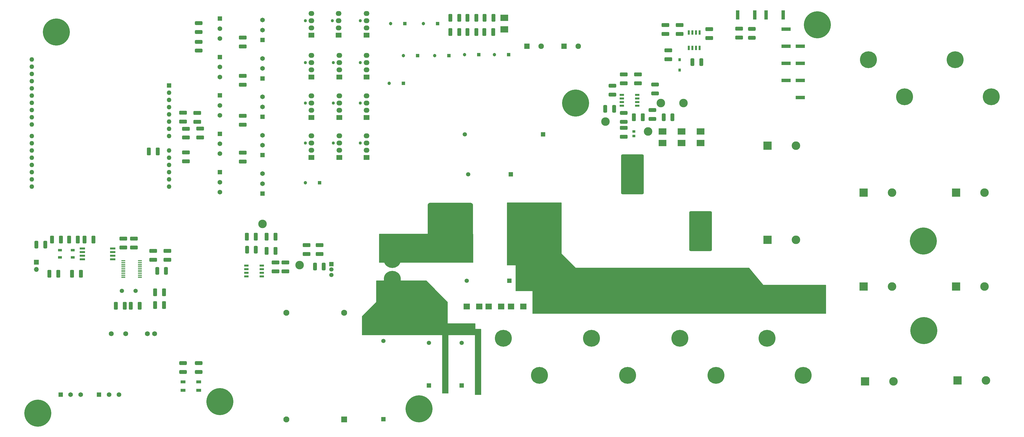
<source format=gbr>
%TF.GenerationSoftware,KiCad,Pcbnew,9.0.0*%
%TF.CreationDate,2025-04-28T23:59:21-07:00*%
%TF.ProjectId,DynamicBrakeGrid,44796e61-6d69-4634-9272-616b65477269,rev?*%
%TF.SameCoordinates,Original*%
%TF.FileFunction,Soldermask,Top*%
%TF.FilePolarity,Negative*%
%FSLAX46Y46*%
G04 Gerber Fmt 4.6, Leading zero omitted, Abs format (unit mm)*
G04 Created by KiCad (PCBNEW 9.0.0) date 2025-04-28 23:59:21*
%MOMM*%
%LPD*%
G01*
G04 APERTURE LIST*
G04 Aperture macros list*
%AMRoundRect*
0 Rectangle with rounded corners*
0 $1 Rounding radius*
0 $2 $3 $4 $5 $6 $7 $8 $9 X,Y pos of 4 corners*
0 Add a 4 corners polygon primitive as box body*
4,1,4,$2,$3,$4,$5,$6,$7,$8,$9,$2,$3,0*
0 Add four circle primitives for the rounded corners*
1,1,$1+$1,$2,$3*
1,1,$1+$1,$4,$5*
1,1,$1+$1,$6,$7*
1,1,$1+$1,$8,$9*
0 Add four rect primitives between the rounded corners*
20,1,$1+$1,$2,$3,$4,$5,0*
20,1,$1+$1,$4,$5,$6,$7,0*
20,1,$1+$1,$6,$7,$8,$9,0*
20,1,$1+$1,$8,$9,$2,$3,0*%
%AMHorizOval*
0 Thick line with rounded ends*
0 $1 width*
0 $2 $3 position (X,Y) of the first rounded end (center of the circle)*
0 $4 $5 position (X,Y) of the second rounded end (center of the circle)*
0 Add line between two ends*
20,1,$1,$2,$3,$4,$5,0*
0 Add two circle primitives to create the rounded ends*
1,1,$1,$2,$3*
1,1,$1,$4,$5*%
G04 Aperture macros list end*
%ADD10C,0.200000*%
%ADD11C,5.940000*%
%ADD12RoundRect,0.250000X1.100000X-0.412500X1.100000X0.412500X-1.100000X0.412500X-1.100000X-0.412500X0*%
%ADD13R,3.300000X1.200000*%
%ADD14RoundRect,0.250000X-0.412500X-1.100000X0.412500X-1.100000X0.412500X1.100000X-0.412500X1.100000X0*%
%ADD15RoundRect,0.250000X-0.400000X-1.075000X0.400000X-1.075000X0.400000X1.075000X-0.400000X1.075000X0*%
%ADD16C,1.100000*%
%ADD17R,2.030000X1.730000*%
%ADD18O,2.030000X1.730000*%
%ADD19R,1.950000X1.950000*%
%ADD20C,1.950000*%
%ADD21R,3.000000X3.000000*%
%ADD22C,3.000000*%
%ADD23C,9.500000*%
%ADD24RoundRect,0.250000X-1.100000X0.412500X-1.100000X-0.412500X1.100000X-0.412500X1.100000X0.412500X0*%
%ADD25R,2.720000X2.290000*%
%ADD26R,1.500000X1.500000*%
%ADD27C,1.500000*%
%ADD28R,1.200000X1.200000*%
%ADD29C,1.200000*%
%ADD30RoundRect,0.250000X-1.075000X0.400000X-1.075000X-0.400000X1.075000X-0.400000X1.075000X0.400000X0*%
%ADD31RoundRect,0.250000X0.412500X1.100000X-0.412500X1.100000X-0.412500X-1.100000X0.412500X-1.100000X0*%
%ADD32RoundRect,1.000000X7.000000X9.000000X-7.000000X9.000000X-7.000000X-9.000000X7.000000X-9.000000X0*%
%ADD33RoundRect,0.500000X-3.500000X6.500000X-3.500000X-6.500000X3.500000X-6.500000X3.500000X6.500000X0*%
%ADD34R,1.475000X0.450000*%
%ADD35R,1.750000X1.000000*%
%ADD36R,1.650000X1.650000*%
%ADD37C,1.650000*%
%ADD38RoundRect,0.250000X1.075000X-0.400000X1.075000X0.400000X-1.075000X0.400000X-1.075000X-0.400000X0*%
%ADD39R,2.250000X2.150000*%
%ADD40R,1.700000X1.700000*%
%ADD41O,1.700000X1.700000*%
%ADD42R,0.850000X1.050000*%
%ADD43R,1.200000X3.300000*%
%ADD44R,0.650000X1.528000*%
%ADD45R,1.600000X1.600000*%
%ADD46O,1.600000X1.600000*%
%ADD47R,1.850000X0.650000*%
%ADD48R,1.350000X0.900000*%
%ADD49C,1.725000*%
%ADD50RoundRect,0.250000X0.400000X1.075000X-0.400000X1.075000X-0.400000X-1.075000X0.400000X-1.075000X0*%
%ADD51R,2.100000X2.100000*%
%ADD52C,2.100000*%
%ADD53R,1.528000X0.650000*%
%ADD54R,1.000000X0.950000*%
%ADD55HorizOval,0.800000X0.000000X0.000000X0.000000X0.000000X0*%
%ADD56HorizOval,0.800000X0.000000X0.000000X0.000000X0.000000X0*%
%ADD57C,0.800000*%
%ADD58O,6.000000X9.000000*%
G04 APERTURE END LIST*
D10*
X148250000Y-141000000D02*
X150250000Y-141000000D01*
X150250000Y-162000000D01*
X148250000Y-162000000D01*
X148250000Y-141000000D01*
G36*
X148250000Y-141000000D02*
G01*
X150250000Y-141000000D01*
X150250000Y-162000000D01*
X148250000Y-162000000D01*
X148250000Y-141000000D01*
G37*
X159750000Y-139500000D02*
X161750000Y-139500000D01*
X161750000Y-162500000D01*
X159750000Y-162500000D01*
X159750000Y-139500000D01*
G36*
X159750000Y-139500000D02*
G01*
X161750000Y-139500000D01*
X161750000Y-162500000D01*
X159750000Y-162500000D01*
X159750000Y-139500000D01*
G37*
X150000000Y-130000000D02*
X150000000Y-137500000D01*
X159750000Y-137500000D01*
X159750000Y-141500000D01*
X120000000Y-141500000D01*
X120000000Y-135000000D01*
X125000000Y-130000000D01*
X125000000Y-122500000D01*
X142500000Y-122500000D01*
X150000000Y-130000000D01*
G36*
X150000000Y-130000000D02*
G01*
X150000000Y-137500000D01*
X159750000Y-137500000D01*
X159750000Y-141500000D01*
X120000000Y-141500000D01*
X120000000Y-135000000D01*
X125000000Y-130000000D01*
X125000000Y-122500000D01*
X142500000Y-122500000D01*
X150000000Y-130000000D01*
G37*
X126000000Y-106000000D02*
X159000000Y-106000000D01*
X159000000Y-116000000D01*
X126000000Y-116000000D01*
X126000000Y-106000000D01*
G36*
X126000000Y-106000000D02*
G01*
X159000000Y-106000000D01*
X159000000Y-116000000D01*
X126000000Y-116000000D01*
X126000000Y-106000000D01*
G37*
X190000000Y-113000000D02*
X195000000Y-118000000D01*
X256000000Y-118000000D01*
X261000000Y-124000000D01*
X283000000Y-124000000D01*
X283000000Y-134000000D01*
X180000000Y-134000000D01*
X180000000Y-126000000D01*
X174000000Y-126000000D01*
X174000000Y-117000000D01*
X171000000Y-117000000D01*
X171000000Y-95000000D01*
X190000000Y-95000000D01*
X190000000Y-113000000D01*
G36*
X190000000Y-113000000D02*
G01*
X195000000Y-118000000D01*
X256000000Y-118000000D01*
X261000000Y-124000000D01*
X283000000Y-124000000D01*
X283000000Y-134000000D01*
X180000000Y-134000000D01*
X180000000Y-126000000D01*
X174000000Y-126000000D01*
X174000000Y-117000000D01*
X171000000Y-117000000D01*
X171000000Y-95000000D01*
X190000000Y-95000000D01*
X190000000Y-113000000D01*
G37*
D11*
%TO.C,J18*%
X310650000Y-57775000D03*
X297950000Y-44775000D03*
%TD*%
D12*
%TO.C,C79*%
X89500000Y-119125000D03*
X89500000Y-116000000D03*
%TD*%
D13*
%TO.C,R68*%
X269000000Y-34000000D03*
X269000000Y-40000000D03*
%TD*%
D14*
%TO.C,C26*%
X157000000Y-30000000D03*
X160125000Y-30000000D03*
%TD*%
D15*
%TO.C,R72*%
X236085000Y-45557500D03*
X239185000Y-45557500D03*
%TD*%
D16*
%TO.C,M2*%
X100000000Y-60000000D03*
D17*
X102160000Y-65080000D03*
D18*
X102160000Y-62540000D03*
X102160000Y-60000000D03*
X102160000Y-57460000D03*
%TD*%
D11*
%TO.C,J13*%
X341150000Y-57775000D03*
X328450000Y-44775000D03*
%TD*%
D12*
%TO.C,C65*%
X46500000Y-115062500D03*
X46500000Y-111937500D03*
%TD*%
D14*
%TO.C,C34*%
X163000000Y-30000000D03*
X166125000Y-30000000D03*
%TD*%
D19*
%TO.C,J1*%
X191000000Y-40000000D03*
D20*
X196000000Y-40000000D03*
%TD*%
D16*
%TO.C,M7*%
X109840000Y-74040000D03*
D17*
X112000000Y-79120000D03*
D18*
X112000000Y-76580000D03*
X112000000Y-74040000D03*
X112000000Y-71500000D03*
%TD*%
D21*
%TO.C,C12*%
X296300000Y-91500000D03*
D22*
X306300000Y-91500000D03*
%TD*%
D12*
%TO.C,C59*%
X63000000Y-72062500D03*
X63000000Y-68937500D03*
%TD*%
D14*
%TO.C,C32*%
X162937500Y-35000000D03*
X166062500Y-35000000D03*
%TD*%
D23*
%TO.C,H10*%
X70000000Y-165000000D03*
%TD*%
D24*
%TO.C,C62*%
X62000000Y-63437500D03*
X62000000Y-66562500D03*
%TD*%
D15*
%TO.C,R60*%
X5500000Y-109750000D03*
X8600000Y-109750000D03*
%TD*%
D11*
%TO.C,J22*%
X169650000Y-142725000D03*
X182350000Y-155725000D03*
%TD*%
D25*
%TO.C,Z10*%
X232280000Y-69975000D03*
X232280000Y-74025000D03*
%TD*%
D22*
%TO.C,TP25*%
X233000000Y-60000000D03*
%TD*%
D12*
%TO.C,C63*%
X226635000Y-35682500D03*
X226635000Y-32557500D03*
%TD*%
D26*
%TO.C,C102*%
X143500000Y-159275000D03*
D27*
X143500000Y-144275000D03*
%TD*%
D28*
%TO.C,C6*%
X134500000Y-53000000D03*
D29*
X129500000Y-53000000D03*
%TD*%
D12*
%TO.C,C89*%
X36000000Y-110812500D03*
X36000000Y-107687500D03*
%TD*%
D16*
%TO.C,M3*%
X100000000Y-45720000D03*
D17*
X102160000Y-50800000D03*
D18*
X102160000Y-48260000D03*
X102160000Y-45720000D03*
X102160000Y-43180000D03*
%TD*%
D26*
%TO.C,C104*%
X127500000Y-171125000D03*
D27*
X127500000Y-143625000D03*
%TD*%
D30*
%TO.C,R53*%
X212000000Y-63450000D03*
X212000000Y-66550000D03*
%TD*%
D14*
%TO.C,C95*%
X10000000Y-120000000D03*
X13125000Y-120000000D03*
%TD*%
D31*
%TO.C,C77*%
X89562500Y-112000000D03*
X86437500Y-112000000D03*
%TD*%
D16*
%TO.C,M11*%
X119340000Y-59960000D03*
D17*
X121500000Y-65040000D03*
D18*
X121500000Y-62500000D03*
X121500000Y-59960000D03*
X121500000Y-57420000D03*
%TD*%
D24*
%TO.C,C82*%
X242000000Y-34000000D03*
X242000000Y-37125000D03*
%TD*%
D16*
%TO.C,M6*%
X109840000Y-59960000D03*
D17*
X112000000Y-65040000D03*
D18*
X112000000Y-62500000D03*
X112000000Y-59960000D03*
X112000000Y-57420000D03*
%TD*%
D12*
%TO.C,C36*%
X212000000Y-53000000D03*
X212000000Y-49875000D03*
%TD*%
D14*
%TO.C,C28*%
X151000000Y-30000000D03*
X154125000Y-30000000D03*
%TD*%
D24*
%TO.C,C75*%
X100500000Y-109937500D03*
X100500000Y-113062500D03*
%TD*%
D30*
%TO.C,R62*%
X57000000Y-151450000D03*
X57000000Y-154550000D03*
%TD*%
D12*
%TO.C,C84*%
X58000000Y-80500000D03*
X58000000Y-77375000D03*
%TD*%
D30*
%TO.C,R71*%
X257000000Y-33900000D03*
X257000000Y-37000000D03*
%TD*%
D21*
%TO.C,C18*%
X262500000Y-108100000D03*
D22*
X272500000Y-108100000D03*
%TD*%
D32*
%TO.C,Q1*%
X151000000Y-105000000D03*
X180000000Y-105000000D03*
D33*
X215000000Y-85000000D03*
X239000000Y-105000000D03*
%TD*%
D31*
%TO.C,C38*%
X218625000Y-64975000D03*
X215500000Y-64975000D03*
%TD*%
D23*
%TO.C,H9*%
X195000000Y-60000000D03*
%TD*%
D26*
%TO.C,C98*%
X183625000Y-71000000D03*
D27*
X156125000Y-71000000D03*
%TD*%
D12*
%TO.C,C73*%
X78000000Y-80562500D03*
X78000000Y-77437500D03*
%TD*%
D34*
%TO.C,IC6*%
X36000000Y-115450000D03*
X36000000Y-116100000D03*
X36000000Y-116750000D03*
X36000000Y-117400000D03*
X36000000Y-118050000D03*
X36000000Y-118700000D03*
X36000000Y-119350000D03*
X36000000Y-120000000D03*
X36000000Y-120650000D03*
X36000000Y-121300000D03*
X41876000Y-121300000D03*
X41876000Y-120650000D03*
X41876000Y-120000000D03*
X41876000Y-119350000D03*
X41876000Y-118700000D03*
X41876000Y-118050000D03*
X41876000Y-117400000D03*
X41876000Y-116750000D03*
X41876000Y-116100000D03*
X41876000Y-115450000D03*
%TD*%
D15*
%TO.C,R50*%
X205450000Y-62000000D03*
X208550000Y-62000000D03*
%TD*%
D35*
%TO.C,LED1*%
X57000000Y-161000000D03*
X57000000Y-158000000D03*
%TD*%
%TO.C,LED2*%
X62500000Y-161000000D03*
X62500000Y-158000000D03*
%TD*%
D16*
%TO.C,M10*%
X119340000Y-45720000D03*
D17*
X121500000Y-50800000D03*
D18*
X121500000Y-48260000D03*
X121500000Y-45720000D03*
X121500000Y-43180000D03*
%TD*%
D25*
%TO.C,Z11*%
X239000000Y-69975000D03*
X239000000Y-74025000D03*
%TD*%
D36*
%TO.C,J15*%
X27500000Y-162500000D03*
D37*
X31000000Y-162500000D03*
X34500000Y-162500000D03*
%TD*%
D36*
%TO.C,J9*%
X70000000Y-70800000D03*
D37*
X70000000Y-74300000D03*
X70000000Y-77800000D03*
%TD*%
D28*
%TO.C,C4*%
X139500000Y-43300000D03*
D29*
X134500000Y-43300000D03*
%TD*%
D38*
%TO.C,R4*%
X223000000Y-56550000D03*
X223000000Y-53450000D03*
%TD*%
D21*
%TO.C,C13*%
X296300000Y-124500000D03*
D22*
X306300000Y-124500000D03*
%TD*%
%TO.C,TP26*%
X98000000Y-117000000D03*
%TD*%
D36*
%TO.C,J14*%
X14000000Y-162500000D03*
D37*
X17500000Y-162500000D03*
X21000000Y-162500000D03*
%TD*%
D23*
%TO.C,H4*%
X317300000Y-108500000D03*
%TD*%
D24*
%TO.C,C69*%
X252500000Y-33837500D03*
X252500000Y-36962500D03*
%TD*%
D13*
%TO.C,R67*%
X274000000Y-46000000D03*
X274000000Y-40000000D03*
%TD*%
D38*
%TO.C,R3*%
X208000000Y-57000000D03*
X208000000Y-53900000D03*
%TD*%
D23*
%TO.C,H1*%
X12500000Y-35000000D03*
%TD*%
D25*
%TO.C,Z1*%
X170000000Y-30000000D03*
X170000000Y-34050000D03*
%TD*%
%TO.C,Z9*%
X225560000Y-69975000D03*
X225560000Y-74025000D03*
%TD*%
D24*
%TO.C,C74*%
X105000000Y-109937500D03*
X105000000Y-113062500D03*
%TD*%
D30*
%TO.C,R2*%
X62500000Y-31900000D03*
X62500000Y-35000000D03*
%TD*%
D21*
%TO.C,C15*%
X328800000Y-124500000D03*
D22*
X338800000Y-124500000D03*
%TD*%
D24*
%TO.C,C76*%
X93000000Y-116000000D03*
X93000000Y-119125000D03*
%TD*%
D36*
%TO.C,J5*%
X70000000Y-30300000D03*
D37*
X70000000Y-33800000D03*
X70000000Y-37300000D03*
%TD*%
D27*
%TO.C,Y1*%
X35500000Y-126000000D03*
X40380000Y-126000000D03*
%TD*%
D19*
%TO.C,J2*%
X177900000Y-40000000D03*
D20*
X182900000Y-40000000D03*
%TD*%
D36*
%TO.C,J12*%
X85000000Y-51300000D03*
D37*
X85000000Y-47800000D03*
X85000000Y-44300000D03*
%TD*%
D36*
%TO.C,J25*%
X85000000Y-37800000D03*
D37*
X85000000Y-34300000D03*
X85000000Y-30800000D03*
%TD*%
D39*
%TO.C,Z2*%
X156800000Y-131500000D03*
X161200000Y-131500000D03*
%TD*%
D40*
%TO.C,JP1*%
X5500000Y-115975000D03*
D41*
X5500000Y-118515000D03*
%TD*%
D13*
%TO.C,R65*%
X274000000Y-58000000D03*
X274000000Y-52000000D03*
%TD*%
D42*
%TO.C,Z3*%
X231635000Y-44757500D03*
X231635000Y-48357500D03*
%TD*%
D16*
%TO.C,M9*%
X119340000Y-31000000D03*
D17*
X121500000Y-36080000D03*
D18*
X121500000Y-33540000D03*
X121500000Y-31000000D03*
X121500000Y-28460000D03*
%TD*%
D14*
%TO.C,C85*%
X47187500Y-131000000D03*
X50312500Y-131000000D03*
%TD*%
D12*
%TO.C,C71*%
X78000000Y-53562500D03*
X78000000Y-50437500D03*
%TD*%
D28*
%TO.C,C9*%
X150500000Y-43300000D03*
D29*
X145500000Y-43300000D03*
%TD*%
D12*
%TO.C,C70*%
X78000000Y-40062500D03*
X78000000Y-36937500D03*
%TD*%
D31*
%TO.C,C93*%
X14125000Y-108000000D03*
X11000000Y-108000000D03*
%TD*%
D43*
%TO.C,R69*%
X268000000Y-29000000D03*
X262000000Y-29000000D03*
%TD*%
D36*
%TO.C,J7*%
X70000000Y-43800000D03*
D37*
X70000000Y-47300000D03*
X70000000Y-50800000D03*
%TD*%
D44*
%TO.C,IC5*%
X234825000Y-40566000D03*
X236095000Y-40566000D03*
X237365000Y-40566000D03*
X238635000Y-40566000D03*
X238635000Y-35144000D03*
X237365000Y-35144000D03*
X236095000Y-35144000D03*
X234825000Y-35144000D03*
%TD*%
D14*
%TO.C,C94*%
X18000000Y-120000000D03*
X21125000Y-120000000D03*
%TD*%
D15*
%TO.C,R39*%
X103400000Y-117500000D03*
X106500000Y-117500000D03*
%TD*%
D16*
%TO.C,M4*%
X109540000Y-31000000D03*
D17*
X111700000Y-36080000D03*
D18*
X111700000Y-33540000D03*
X111700000Y-31000000D03*
X111700000Y-28460000D03*
%TD*%
D15*
%TO.C,R52*%
X226000000Y-65000000D03*
X229100000Y-65000000D03*
%TD*%
D36*
%TO.C,J24*%
X70000000Y-84300000D03*
D37*
X70000000Y-87800000D03*
X70000000Y-91300000D03*
%TD*%
D28*
%TO.C,C5*%
X135000000Y-32000000D03*
D29*
X130000000Y-32000000D03*
%TD*%
D22*
%TO.C,TP27*%
X85000000Y-102500000D03*
%TD*%
D36*
%TO.C,J6*%
X85000000Y-91800000D03*
D37*
X85000000Y-88300000D03*
X85000000Y-84800000D03*
%TD*%
D12*
%TO.C,C64*%
X231635000Y-35682500D03*
X231635000Y-32557500D03*
%TD*%
D28*
%TO.C,C8*%
X161000000Y-43000000D03*
D29*
X156000000Y-43000000D03*
%TD*%
D45*
%TO.C,A1*%
X52130000Y-53825000D03*
D46*
X52130000Y-56365000D03*
X52130000Y-58905000D03*
X52130000Y-61445000D03*
X52130000Y-63985000D03*
X52130000Y-66525000D03*
X52130000Y-69065000D03*
X52130000Y-71605000D03*
X52130000Y-76685000D03*
X52130000Y-79225000D03*
X52130000Y-81765000D03*
X52130000Y-84305000D03*
X52130000Y-86845000D03*
X52130000Y-89385000D03*
X3870000Y-89385000D03*
X3870000Y-86845000D03*
X3870000Y-84305000D03*
X3870000Y-81765000D03*
X3870000Y-79225000D03*
X3870000Y-76685000D03*
X3870000Y-74145000D03*
X3870000Y-71605000D03*
X3870000Y-67545000D03*
X3870000Y-65005000D03*
X3870000Y-62465000D03*
X3870000Y-59925000D03*
X3870000Y-57385000D03*
X3870000Y-54845000D03*
X3870000Y-52305000D03*
X3870000Y-49765000D03*
X3870000Y-47225000D03*
X3870000Y-44685000D03*
%TD*%
D47*
%TO.C,IC1*%
X32325000Y-114905000D03*
X32325000Y-113635000D03*
X32325000Y-112365000D03*
X32325000Y-111095000D03*
X21675000Y-111095000D03*
X21675000Y-112365000D03*
X21675000Y-113635000D03*
X21675000Y-114905000D03*
%TD*%
D12*
%TO.C,C81*%
X227635000Y-44557500D03*
X227635000Y-41432500D03*
%TD*%
D48*
%TO.C,FL1*%
X18275000Y-114250000D03*
X18275000Y-111750000D03*
X13725000Y-111750000D03*
X13725000Y-114250000D03*
%TD*%
D15*
%TO.C,R59*%
X47950000Y-119000000D03*
X51050000Y-119000000D03*
%TD*%
D23*
%TO.C,H2*%
X317500000Y-140000000D03*
%TD*%
D26*
%TO.C,C96*%
X172275000Y-85000000D03*
D27*
X157275000Y-85000000D03*
%TD*%
D21*
%TO.C,C19*%
X329300000Y-157500000D03*
D22*
X339300000Y-157500000D03*
%TD*%
%TO.C,TP23*%
X220500000Y-69975000D03*
%TD*%
D49*
%TO.C,PS1*%
X47075000Y-141115000D03*
X44535000Y-141115000D03*
X36915000Y-141115000D03*
X31835000Y-141115000D03*
%TD*%
D11*
%TO.C,J20*%
X231650000Y-142725000D03*
X244350000Y-155725000D03*
%TD*%
D21*
%TO.C,C16*%
X296800000Y-157850000D03*
D22*
X306800000Y-157850000D03*
%TD*%
D36*
%TO.C,J8*%
X70000000Y-57300000D03*
D37*
X70000000Y-60800000D03*
X70000000Y-64300000D03*
%TD*%
D24*
%TO.C,C61*%
X57000000Y-63375000D03*
X57000000Y-66500000D03*
%TD*%
D50*
%TO.C,R73*%
X82612500Y-111500000D03*
X79512500Y-111500000D03*
%TD*%
D14*
%TO.C,C29*%
X151000000Y-35000000D03*
X154125000Y-35000000D03*
%TD*%
D31*
%TO.C,C83*%
X48125000Y-77000000D03*
X45000000Y-77000000D03*
%TD*%
D39*
%TO.C,Z4*%
X164500000Y-131500000D03*
X168900000Y-131500000D03*
%TD*%
D16*
%TO.C,M8*%
X100000000Y-31000000D03*
D17*
X102160000Y-36080000D03*
D18*
X102160000Y-33540000D03*
X102160000Y-31000000D03*
X102160000Y-28460000D03*
%TD*%
D36*
%TO.C,J10*%
X85000000Y-78300000D03*
D37*
X85000000Y-74800000D03*
X85000000Y-71300000D03*
%TD*%
D28*
%TO.C,C3*%
X146500000Y-32000000D03*
D29*
X141500000Y-32000000D03*
%TD*%
D30*
%TO.C,R1*%
X62500000Y-38450000D03*
X62500000Y-41550000D03*
%TD*%
D26*
%TO.C,C103*%
X155000000Y-159275000D03*
D27*
X155000000Y-144275000D03*
%TD*%
D16*
%TO.C,M5*%
X109840000Y-45720000D03*
D17*
X112000000Y-50800000D03*
D18*
X112000000Y-48260000D03*
X112000000Y-45720000D03*
X112000000Y-43180000D03*
%TD*%
D51*
%TO.C,C87*%
X113650000Y-171250000D03*
D52*
X113650000Y-133750000D03*
X93350000Y-171250000D03*
X93350000Y-133750000D03*
%TD*%
D21*
%TO.C,C14*%
X328800000Y-91500000D03*
D22*
X338800000Y-91500000D03*
%TD*%
D24*
%TO.C,C90*%
X39750000Y-107625000D03*
X39750000Y-110750000D03*
%TD*%
D23*
%TO.C,H8*%
X280000000Y-32500000D03*
%TD*%
D13*
%TO.C,R66*%
X269000000Y-46000000D03*
X269000000Y-52000000D03*
%TD*%
D12*
%TO.C,C37*%
X217000000Y-53000000D03*
X217000000Y-49875000D03*
%TD*%
D14*
%TO.C,C92*%
X16937500Y-108000000D03*
X20062500Y-108000000D03*
%TD*%
D21*
%TO.C,C17*%
X262500000Y-75000000D03*
D22*
X272500000Y-75000000D03*
%TD*%
D36*
%TO.C,J11*%
X85000000Y-64800000D03*
D37*
X85000000Y-61300000D03*
X85000000Y-57800000D03*
%TD*%
D12*
%TO.C,C66*%
X51500000Y-115125000D03*
X51500000Y-112000000D03*
%TD*%
D14*
%TO.C,C27*%
X157000000Y-35000000D03*
X160125000Y-35000000D03*
%TD*%
D12*
%TO.C,C72*%
X78000000Y-67562500D03*
X78000000Y-64437500D03*
%TD*%
D30*
%TO.C,R63*%
X62500000Y-151450000D03*
X62500000Y-154550000D03*
%TD*%
D31*
%TO.C,C78*%
X89562500Y-107000000D03*
X86437500Y-107000000D03*
%TD*%
D14*
%TO.C,C86*%
X47187500Y-126500000D03*
X50312500Y-126500000D03*
%TD*%
D43*
%TO.C,R70*%
X252000000Y-29000000D03*
X258000000Y-29000000D03*
%TD*%
D31*
%TO.C,C80*%
X82562500Y-107000000D03*
X79437500Y-107000000D03*
%TD*%
D23*
%TO.C,H7*%
X140000000Y-167500000D03*
%TD*%
D28*
%TO.C,C2*%
X105000000Y-88000000D03*
D29*
X100000000Y-88000000D03*
%TD*%
D31*
%TO.C,C67*%
X41812500Y-131250000D03*
X38687500Y-131250000D03*
%TD*%
D24*
%TO.C,C39*%
X212000000Y-68687500D03*
X212000000Y-71812500D03*
%TD*%
D14*
%TO.C,C68*%
X33437500Y-131250000D03*
X36562500Y-131250000D03*
%TD*%
D26*
%TO.C,C97*%
X171775000Y-122500000D03*
D27*
X156775000Y-122500000D03*
%TD*%
D16*
%TO.C,M12*%
X119340000Y-74040000D03*
D17*
X121500000Y-79120000D03*
D18*
X121500000Y-76580000D03*
X121500000Y-74040000D03*
X121500000Y-71500000D03*
%TD*%
D30*
%TO.C,R51*%
X222000000Y-62450000D03*
X222000000Y-65550000D03*
%TD*%
D16*
%TO.C,M1*%
X100000000Y-74000000D03*
D17*
X102160000Y-79080000D03*
D18*
X102160000Y-76540000D03*
X102160000Y-74000000D03*
X102160000Y-71460000D03*
%TD*%
D53*
%TO.C,IC3*%
X211289000Y-57095000D03*
X211289000Y-58365000D03*
X211289000Y-59635000D03*
X211289000Y-60905000D03*
X216711000Y-60905000D03*
X216711000Y-59635000D03*
X216711000Y-58365000D03*
X216711000Y-57095000D03*
%TD*%
D23*
%TO.C,H3*%
X6000000Y-169000000D03*
%TD*%
D54*
%TO.C,FB1*%
X215500000Y-69975000D03*
X215500000Y-71575000D03*
%TD*%
D11*
%TO.C,J21*%
X200650000Y-142725000D03*
X213350000Y-155725000D03*
%TD*%
D22*
%TO.C,TP28*%
X205500000Y-66500000D03*
%TD*%
D12*
%TO.C,C60*%
X58000000Y-72125000D03*
X58000000Y-69000000D03*
%TD*%
D53*
%TO.C,IC8*%
X79289000Y-117095000D03*
X79289000Y-118365000D03*
X79289000Y-119635000D03*
X79289000Y-120905000D03*
X84711000Y-120905000D03*
X84711000Y-119635000D03*
X84711000Y-118365000D03*
X84711000Y-117095000D03*
%TD*%
D22*
%TO.C,TP24*%
X225000000Y-60000000D03*
%TD*%
D11*
%TO.C,J19*%
X262300000Y-142725000D03*
X275000000Y-155725000D03*
%TD*%
D26*
%TO.C,U6*%
X109175000Y-116600000D03*
D27*
X109175000Y-118510000D03*
X109175000Y-120420000D03*
D55*
X131205000Y-119560000D03*
D56*
X129945000Y-119560000D03*
D57*
X132235000Y-120310000D03*
X128915000Y-120310000D03*
X132625000Y-121510000D03*
X128525000Y-121510000D03*
X132625000Y-122840000D03*
X128525000Y-122840000D03*
D58*
X130575000Y-123510000D03*
D57*
X132625000Y-124180000D03*
X128525000Y-124180000D03*
X132625000Y-125510000D03*
X128525000Y-125510000D03*
X132235000Y-126710000D03*
X128915000Y-126710000D03*
X131205000Y-127460000D03*
X129945000Y-127460000D03*
X131205000Y-109560000D03*
X129945000Y-109560000D03*
X132235000Y-110310000D03*
X128915000Y-110310000D03*
X132625000Y-111510000D03*
X128525000Y-111510000D03*
X132625000Y-112840000D03*
X128525000Y-112840000D03*
D58*
X130575000Y-113510000D03*
D57*
X132625000Y-114180000D03*
X128525000Y-114180000D03*
X132625000Y-115510000D03*
X128525000Y-115510000D03*
X132235000Y-116710000D03*
X128915000Y-116710000D03*
D56*
X131205000Y-117460000D03*
D55*
X129945000Y-117460000D03*
%TD*%
D14*
%TO.C,C91*%
X22437500Y-108000000D03*
X25562500Y-108000000D03*
%TD*%
D28*
%TO.C,C7*%
X171500000Y-43000000D03*
D29*
X166500000Y-43000000D03*
%TD*%
D39*
%TO.C,Z5*%
X172300000Y-131500000D03*
X176700000Y-131500000D03*
%TD*%
M02*

</source>
